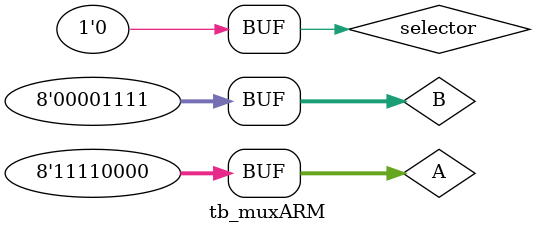
<source format=sv>
module tb_muxARM();
	logic selector; 
	logic [7:0] A, B,out;
	// instantiate device to be tested 
	muxARM dut(selector,A,B,out);
	// initialize test 
	initial begin  
		A        <= 8'b11110000;
		B			<= 8'b1111;
	end
	always 
	begin 
		selector <= 1; 
		# 5; 
		selector <= 0; 
		# 5; 
	end
endmodule

</source>
